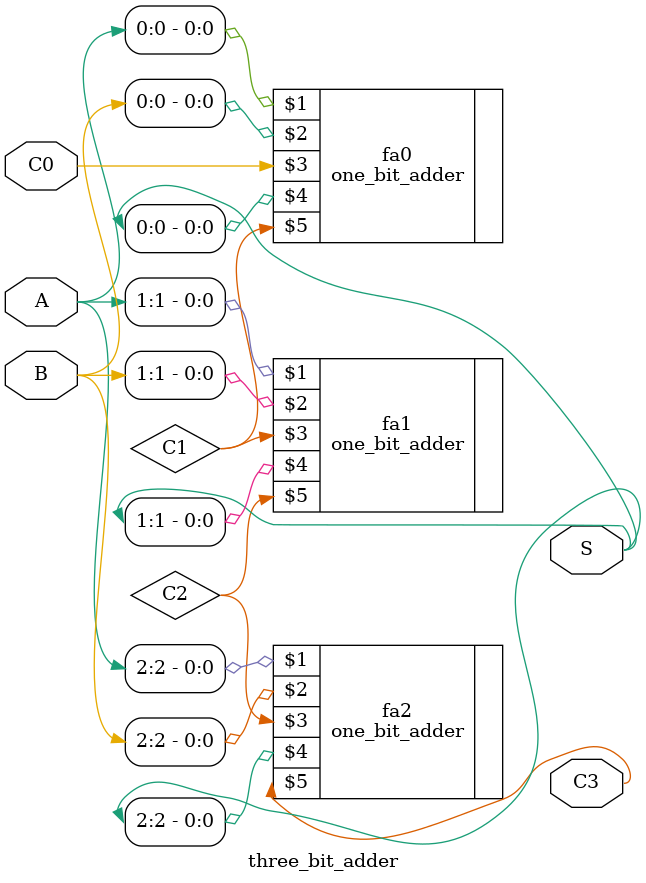
<source format=v>
`timescale 1ns / 1ps


module three_bit_adder(input [2:0] A, B, input C0, output [2:0] S, output C3);

    wire C1;
    wire C2;
    
    one_bit_adder fa0 (A[0], B[0], C0, S[0], C1);
    one_bit_adder fa1 (A[1], B[1], C1, S[1], C2);
    one_bit_adder fa2 (A[2], B[2], C2, S[2], C3);
    
endmodule

</source>
